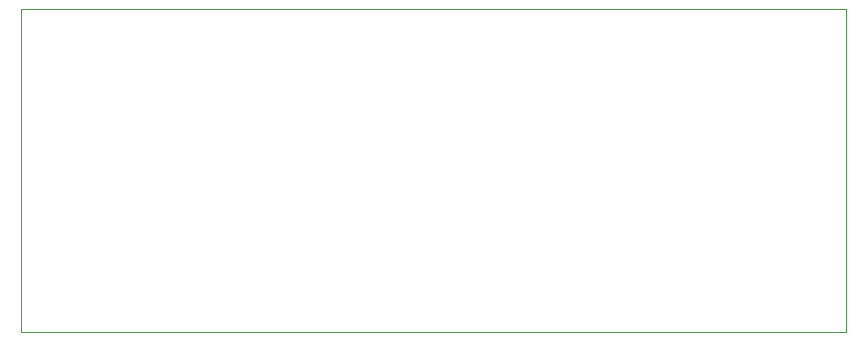
<source format=gko>
G75*
%MOIN*%
%OFA0B0*%
%FSLAX25Y25*%
%IPPOS*%
%LPD*%
%AMOC8*
5,1,8,0,0,1.08239X$1,22.5*
%
%ADD10C,0.00472*%
D10*
X0001236Y0001236D02*
X0001236Y0109110D01*
X0276051Y0109110D01*
X0276051Y0001236D01*
X0001236Y0001236D01*
M02*

</source>
